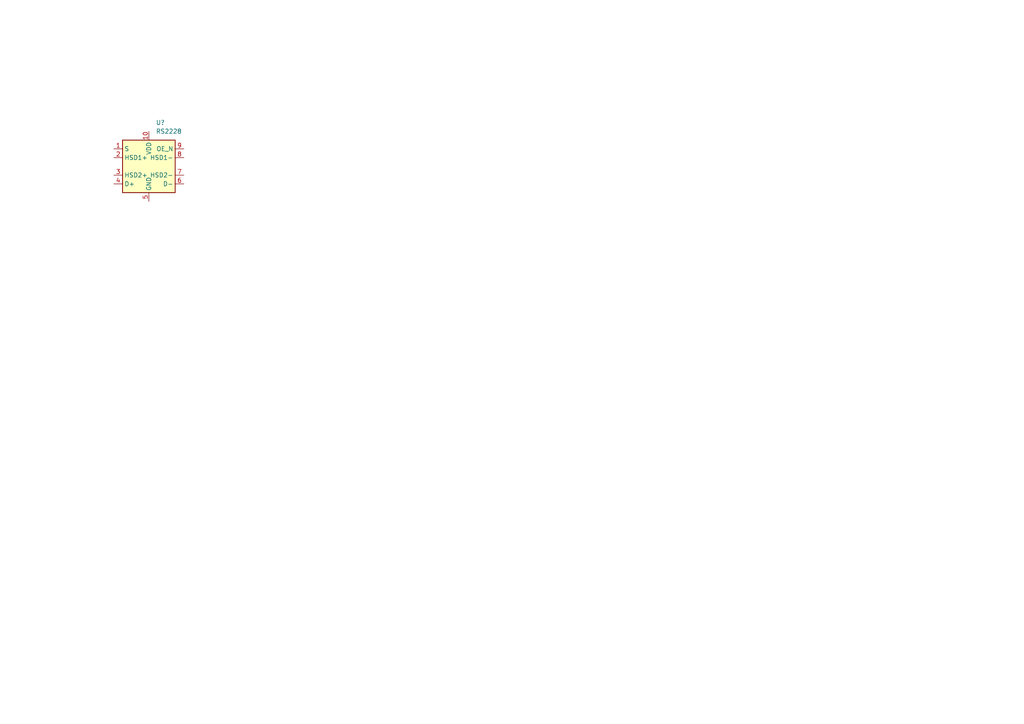
<source format=kicad_sch>
(kicad_sch (version 20211123) (generator eeschema)
  (paper "A4")
  (lib_symbols
    (symbol "ct_components:RS2228"
      (property "Reference" "U" (at -6.35 8.89 0))
      (property "Value" "RS2228" (at 10.16 8.89 0))
      (symbol "RS2228_0_1"
        (rectangle (start 7.62 7.62) (end -7.62 -7.62) (stroke (width 0.254)) (fill (type background)))
      )
      (symbol "RS2228_1_1"
        (pin bidirectional line (at -10.16 5.08 0) (length 2.54) (name "S") (number "1"))
        (pin power_in line (at 0 10.16 270) (length 2.54) (name "VDD") (number "10"))
        (pin bidirectional line (at -10.16 2.54 0) (length 2.54) (name "HSD1+") (number "2"))
        (pin input line (at -10.16 -2.54 0) (length 2.54) (name "HSD2+") (number "3"))
        (pin input line (at -10.16 -5.08 0) (length 2.54) (name "D+") (number "4"))
        (pin power_in line (at 0 -10.16 90) (length 2.54) (name "GND") (number "5"))
        (pin bidirectional line (at 10.16 -5.08 180) (length 2.54) (name "D-") (number "6"))
        (pin bidirectional line (at 10.16 -2.54 180) (length 2.54) (name "HSD2-") (number "7"))
        (pin bidirectional line (at 10.16 2.54 180) (length 2.54) (name "HSD1-") (number "8"))
        (pin bidirectional line (at 10.16 5.08 180) (length 2.54) (name "OE_N") (number "9"))
      )
    )
  )
  (symbol (lib_id "ct_components:RS2228") (at 43.18 48.26 0) (unit 1)
    (property "Reference" "U?" (at 45.1994 35.56 0) (effects (justify left)))
    (property "Value" "RS2228" (at 45.1994 38.1 0) (effects (justify left)))
    (property "Datasheet" "https://datasheet.lcsc.com/lcsc/2202251530_Jiangsu-RUNIC-Tech-RS2228XN_C783420.pdf" (effects hide))
  )
)
</source>
